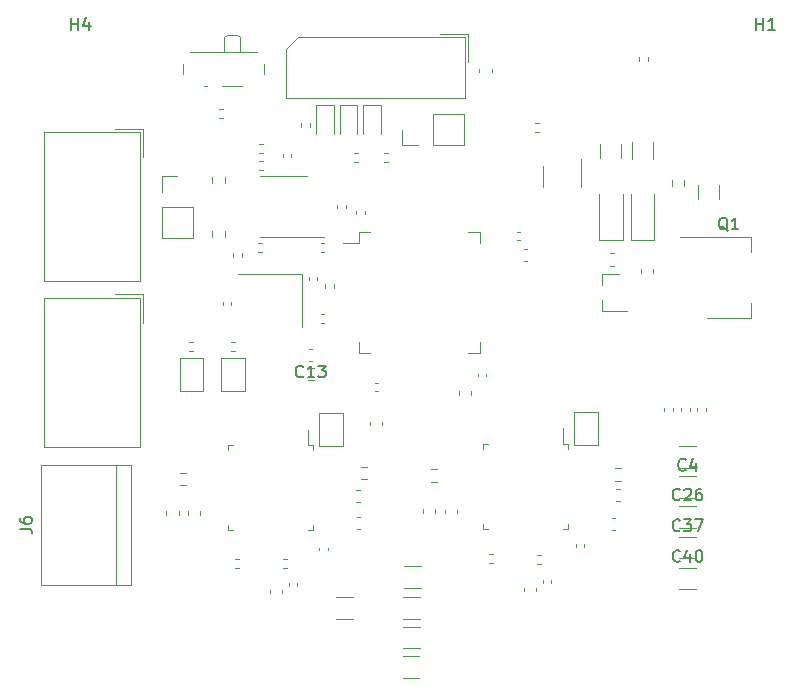
<source format=gbr>
%TF.GenerationSoftware,KiCad,Pcbnew,5.1.8*%
%TF.CreationDate,2021-01-17T13:40:54+01:00*%
%TF.ProjectId,sm4,736d342e-6b69-4636-9164-5f7063625858,rev?*%
%TF.SameCoordinates,Original*%
%TF.FileFunction,Legend,Top*%
%TF.FilePolarity,Positive*%
%FSLAX46Y46*%
G04 Gerber Fmt 4.6, Leading zero omitted, Abs format (unit mm)*
G04 Created by KiCad (PCBNEW 5.1.8) date 2021-01-17 13:40:54*
%MOMM*%
%LPD*%
G01*
G04 APERTURE LIST*
%ADD10C,0.120000*%
%ADD11C,0.150000*%
G04 APERTURE END LIST*
D10*
%TO.C,Q1*%
X100310000Y-74110000D02*
X100310000Y-72850000D01*
X100310000Y-67290000D02*
X100310000Y-68550000D01*
X96550000Y-74110000D02*
X100310000Y-74110000D01*
X94300000Y-67290000D02*
X100310000Y-67290000D01*
%TO.C,C30*%
X82110000Y-96991233D02*
X82110000Y-97283767D01*
X81090000Y-96991233D02*
X81090000Y-97283767D01*
%TO.C,C7*%
X60610000Y-97153733D02*
X60610000Y-97446267D01*
X59590000Y-97153733D02*
X59590000Y-97446267D01*
%TO.C,R26*%
X56565121Y-76980000D02*
X56229879Y-76980000D01*
X56565121Y-76220000D02*
X56229879Y-76220000D01*
%TO.C,R25*%
X52732379Y-76220000D02*
X53067621Y-76220000D01*
X52732379Y-76980000D02*
X53067621Y-76980000D01*
%TO.C,JP4*%
X55400000Y-77575000D02*
X57400000Y-77575000D01*
X55400000Y-80375000D02*
X55400000Y-77575000D01*
X57400000Y-80375000D02*
X55400000Y-80375000D01*
X57400000Y-77575000D02*
X57400000Y-80375000D01*
%TO.C,JP3*%
X51900000Y-77575000D02*
X53900000Y-77575000D01*
X51900000Y-80375000D02*
X51900000Y-77575000D01*
X53900000Y-80375000D02*
X51900000Y-80375000D01*
X53900000Y-77575000D02*
X53900000Y-80375000D01*
%TO.C,C43*%
X70826248Y-100290000D02*
X72248752Y-100290000D01*
X70826248Y-102110000D02*
X72248752Y-102110000D01*
%TO.C,C42*%
X70826248Y-97790000D02*
X72248752Y-97790000D01*
X70826248Y-99610000D02*
X72248752Y-99610000D01*
%TO.C,C41*%
X66548752Y-99610000D02*
X65126248Y-99610000D01*
X66548752Y-97790000D02*
X65126248Y-97790000D01*
%TO.C,C40*%
X94193749Y-95290000D02*
X95616253Y-95290000D01*
X94193749Y-97110000D02*
X95616253Y-97110000D01*
%TO.C,C39*%
X70888748Y-95190000D02*
X72311252Y-95190000D01*
X70888748Y-97010000D02*
X72311252Y-97010000D01*
%TO.C,C38*%
X70788748Y-102790000D02*
X72211252Y-102790000D01*
X70788748Y-104610000D02*
X72211252Y-104610000D01*
%TO.C,C37*%
X94193749Y-92690000D02*
X95616253Y-92690000D01*
X94193749Y-94510000D02*
X95616253Y-94510000D01*
%TO.C,C27*%
X94188748Y-84990000D02*
X95611252Y-84990000D01*
X94188748Y-86810000D02*
X95611252Y-86810000D01*
%TO.C,C26*%
X94193749Y-90090000D02*
X95616253Y-90090000D01*
X94193749Y-91910000D02*
X95616253Y-91910000D01*
%TO.C,C4*%
X94193749Y-87565001D02*
X95616253Y-87565001D01*
X94193749Y-89385001D02*
X95616253Y-89385001D01*
%TO.C,R15*%
X82132379Y-94980000D02*
X82467621Y-94980000D01*
X82132379Y-94220000D02*
X82467621Y-94220000D01*
%TO.C,R14*%
X78470121Y-94120000D02*
X78134879Y-94120000D01*
X78470121Y-94880000D02*
X78134879Y-94880000D01*
%TO.C,C28*%
X72490000Y-90353733D02*
X72490000Y-90646267D01*
X73510000Y-90353733D02*
X73510000Y-90646267D01*
%TO.C,C32*%
X82640000Y-96351665D02*
X82640000Y-96583335D01*
X83360000Y-96351665D02*
X83360000Y-96583335D01*
%TO.C,C31*%
X85440000Y-93284165D02*
X85440000Y-93515835D01*
X86160000Y-93284165D02*
X86160000Y-93515835D01*
%TO.C,C29*%
X74390000Y-90391233D02*
X74390000Y-90683767D01*
X75410000Y-90391233D02*
X75410000Y-90683767D01*
%TO.C,C24*%
X88853733Y-89610000D02*
X89146267Y-89610000D01*
X88853733Y-88590000D02*
X89146267Y-88590000D01*
%TO.C,C23*%
X88783767Y-91090000D02*
X88491233Y-91090000D01*
X88783767Y-92110000D02*
X88491233Y-92110000D01*
%TO.C,C9*%
X63740000Y-93584165D02*
X63740000Y-93815835D01*
X64460000Y-93584165D02*
X64460000Y-93815835D01*
%TO.C,C6*%
X50790000Y-90516233D02*
X50790000Y-90808767D01*
X51810000Y-90516233D02*
X51810000Y-90808767D01*
%TO.C,C5*%
X52590000Y-90516233D02*
X52590000Y-90808767D01*
X53610000Y-90516233D02*
X53610000Y-90808767D01*
%TO.C,C3*%
X66853733Y-89710000D02*
X67146267Y-89710000D01*
X66853733Y-88690000D02*
X67146267Y-88690000D01*
%TO.C,C2*%
X67183767Y-90990000D02*
X66891233Y-90990000D01*
X67183767Y-92010000D02*
X66891233Y-92010000D01*
%TO.C,R2*%
X60632379Y-95280000D02*
X60967621Y-95280000D01*
X60632379Y-94520000D02*
X60967621Y-94520000D01*
%TO.C,C10*%
X61140000Y-96616665D02*
X61140000Y-96848335D01*
X61860000Y-96616665D02*
X61860000Y-96848335D01*
%TO.C,C36*%
X95740000Y-81784165D02*
X95740000Y-82015835D01*
X96460000Y-81784165D02*
X96460000Y-82015835D01*
%TO.C,C16*%
X64115835Y-73840000D02*
X63884165Y-73840000D01*
X64115835Y-74560000D02*
X63884165Y-74560000D01*
%TO.C,R6*%
X64220000Y-71234879D02*
X64220000Y-71570121D01*
X64980000Y-71234879D02*
X64980000Y-71570121D01*
%TO.C,C17*%
X56260000Y-73048335D02*
X56260000Y-72816665D01*
X55540000Y-73048335D02*
X55540000Y-72816665D01*
%TO.C,C15*%
X64115835Y-67840000D02*
X63884165Y-67840000D01*
X64115835Y-68560000D02*
X63884165Y-68560000D01*
%TO.C,C14*%
X62840000Y-70716665D02*
X62840000Y-70948335D01*
X63560000Y-70716665D02*
X63560000Y-70948335D01*
%TO.C,C12*%
X67560000Y-65315835D02*
X67560000Y-65084165D01*
X66840000Y-65315835D02*
X66840000Y-65084165D01*
%TO.C,R11*%
X56420000Y-68632379D02*
X56420000Y-68967621D01*
X57180000Y-68632379D02*
X57180000Y-68967621D01*
%TO.C,R24*%
X69232379Y-60980000D02*
X69567621Y-60980000D01*
X69232379Y-60220000D02*
X69567621Y-60220000D01*
%TO.C,R23*%
X90820000Y-52032379D02*
X90820000Y-52367621D01*
X91580000Y-52032379D02*
X91580000Y-52367621D01*
%TO.C,R22*%
X82032379Y-58380000D02*
X82367621Y-58380000D01*
X82032379Y-57620000D02*
X82367621Y-57620000D01*
%TO.C,R21*%
X66632379Y-60980000D02*
X66967621Y-60980000D01*
X66632379Y-60220000D02*
X66967621Y-60220000D01*
%TO.C,R20*%
X62980000Y-57967621D02*
X62980000Y-57632379D01*
X62220000Y-57967621D02*
X62220000Y-57632379D01*
%TO.C,R19*%
X95080000Y-82067621D02*
X95080000Y-81732379D01*
X94320000Y-82067621D02*
X94320000Y-81732379D01*
%TO.C,R18*%
X92920000Y-81732379D02*
X92920000Y-82067621D01*
X93680000Y-81732379D02*
X93680000Y-82067621D01*
%TO.C,R10*%
X58867621Y-67820000D02*
X58532379Y-67820000D01*
X58867621Y-68580000D02*
X58532379Y-68580000D01*
%TO.C,R8*%
X58632379Y-60180000D02*
X58967621Y-60180000D01*
X58632379Y-59420000D02*
X58967621Y-59420000D01*
%TO.C,R7*%
X58967621Y-60820000D02*
X58632379Y-60820000D01*
X58967621Y-61580000D02*
X58632379Y-61580000D01*
%TO.C,R4*%
X55232379Y-57180000D02*
X55567621Y-57180000D01*
X55232379Y-56420000D02*
X55567621Y-56420000D01*
%TO.C,R1*%
X56967621Y-94520000D02*
X56632379Y-94520000D01*
X56967621Y-95280000D02*
X56632379Y-95280000D01*
%TO.C,C22*%
X65240000Y-64584165D02*
X65240000Y-64815835D01*
X65960000Y-64584165D02*
X65960000Y-64815835D01*
%TO.C,C21*%
X61360000Y-60515835D02*
X61360000Y-60284165D01*
X60640000Y-60515835D02*
X60640000Y-60284165D01*
%TO.C,C20*%
X77140000Y-78851665D02*
X77140000Y-79083335D01*
X77860000Y-78851665D02*
X77860000Y-79083335D01*
%TO.C,C19*%
X80484165Y-67560000D02*
X80715835Y-67560000D01*
X80484165Y-66840000D02*
X80715835Y-66840000D01*
%TO.C,C18*%
X68715835Y-79640000D02*
X68484165Y-79640000D01*
X68715835Y-80360000D02*
X68484165Y-80360000D01*
%TO.C,Y1*%
X62250000Y-70400000D02*
X56850000Y-70400000D01*
X62250000Y-74900000D02*
X62250000Y-70400000D01*
%TO.C,U7*%
X85910000Y-63100000D02*
X85910000Y-60650000D01*
X82690000Y-61300000D02*
X82690000Y-63100000D01*
%TO.C,U6*%
X87640000Y-70420000D02*
X89100000Y-70420000D01*
X87640000Y-73580000D02*
X89800000Y-73580000D01*
X87640000Y-73580000D02*
X87640000Y-72650000D01*
X87640000Y-70420000D02*
X87640000Y-71350000D01*
%TO.C,U4*%
X84360000Y-84790000D02*
X84360000Y-83500000D01*
X84810000Y-84790000D02*
X84360000Y-84790000D01*
X84810000Y-85240000D02*
X84810000Y-84790000D01*
X84810000Y-92010000D02*
X84360000Y-92010000D01*
X84810000Y-91560000D02*
X84810000Y-92010000D01*
X77590000Y-84790000D02*
X78040000Y-84790000D01*
X77590000Y-85240000D02*
X77590000Y-84790000D01*
X77590000Y-92010000D02*
X78040000Y-92010000D01*
X77590000Y-91560000D02*
X77590000Y-92010000D01*
%TO.C,U3*%
X60700000Y-67260000D02*
X64150000Y-67260000D01*
X60700000Y-67260000D02*
X58750000Y-67260000D01*
X60700000Y-62140000D02*
X62650000Y-62140000D01*
X60700000Y-62140000D02*
X58750000Y-62140000D01*
%TO.C,U2*%
X62760000Y-84890000D02*
X62760000Y-83600000D01*
X63210000Y-84890000D02*
X62760000Y-84890000D01*
X63210000Y-85340000D02*
X63210000Y-84890000D01*
X63210000Y-92110000D02*
X62760000Y-92110000D01*
X63210000Y-91660000D02*
X63210000Y-92110000D01*
X55990000Y-84890000D02*
X56440000Y-84890000D01*
X55990000Y-85340000D02*
X55990000Y-84890000D01*
X55990000Y-92110000D02*
X56440000Y-92110000D01*
X55990000Y-91660000D02*
X55990000Y-92110000D01*
%TO.C,U1*%
X67090000Y-67840000D02*
X65750000Y-67840000D01*
X67090000Y-66890000D02*
X67090000Y-67840000D01*
X68040000Y-66890000D02*
X67090000Y-66890000D01*
X77310000Y-66890000D02*
X77310000Y-67840000D01*
X76360000Y-66890000D02*
X77310000Y-66890000D01*
X67090000Y-77110000D02*
X67090000Y-76160000D01*
X68040000Y-77110000D02*
X67090000Y-77110000D01*
X77310000Y-77110000D02*
X77310000Y-76160000D01*
X76360000Y-77110000D02*
X77310000Y-77110000D01*
%TO.C,SW2*%
X52150000Y-52680000D02*
X52150000Y-53470000D01*
X59050000Y-53470000D02*
X59050000Y-52680000D01*
X57200000Y-54520000D02*
X55500000Y-54520000D01*
X58450000Y-51670000D02*
X52750000Y-51670000D01*
X55700000Y-50380000D02*
X55700000Y-51670000D01*
X56800000Y-50170000D02*
X55900000Y-50170000D01*
X57000000Y-51670000D02*
X57000000Y-50380000D01*
X55700000Y-50380000D02*
X55900000Y-50170000D01*
X57000000Y-50380000D02*
X56800000Y-50170000D01*
X54200000Y-54520000D02*
X54000000Y-54520000D01*
%TO.C,SW1*%
X70770000Y-59530000D02*
X70770000Y-58200000D01*
X72100000Y-59530000D02*
X70770000Y-59530000D01*
X73370000Y-59530000D02*
X73370000Y-56870000D01*
X73370000Y-56870000D02*
X75970000Y-56870000D01*
X73370000Y-59530000D02*
X75970000Y-59530000D01*
X75970000Y-59530000D02*
X75970000Y-56870000D01*
%TO.C,R17*%
X89267224Y-86877500D02*
X88757776Y-86877500D01*
X89267224Y-87922500D02*
X88757776Y-87922500D01*
%TO.C,R16*%
X73145276Y-88022500D02*
X73654724Y-88022500D01*
X73145276Y-86977500D02*
X73654724Y-86977500D01*
%TO.C,R13*%
X55722500Y-62754724D02*
X55722500Y-62245276D01*
X54677500Y-62754724D02*
X54677500Y-62245276D01*
%TO.C,R12*%
X54677500Y-66757776D02*
X54677500Y-67267224D01*
X55722500Y-66757776D02*
X55722500Y-67267224D01*
%TO.C,R5*%
X67742224Y-86777500D02*
X67232776Y-86777500D01*
X67742224Y-87822500D02*
X67232776Y-87822500D01*
%TO.C,R3*%
X51945276Y-88322500D02*
X52454724Y-88322500D01*
X51945276Y-87277500D02*
X52454724Y-87277500D01*
%TO.C,JP2*%
X85300000Y-84900000D02*
X85300000Y-82100000D01*
X85300000Y-82100000D02*
X87300000Y-82100000D01*
X87300000Y-82100000D02*
X87300000Y-84900000D01*
X87300000Y-84900000D02*
X85300000Y-84900000D01*
%TO.C,JP1*%
X63700000Y-85000000D02*
X63700000Y-82200000D01*
X63700000Y-82200000D02*
X65700000Y-82200000D01*
X65700000Y-82200000D02*
X65700000Y-85000000D01*
X65700000Y-85000000D02*
X63700000Y-85000000D01*
%TO.C,J8*%
X76360000Y-50090000D02*
X73950000Y-50090000D01*
X76360000Y-52500000D02*
X76360000Y-50090000D01*
X60940000Y-55510000D02*
X76060000Y-55510000D01*
X60940000Y-51390000D02*
X60940000Y-55510000D01*
X61940000Y-50390000D02*
X60940000Y-51390000D01*
X76060000Y-50390000D02*
X61940000Y-50390000D01*
X76060000Y-55510000D02*
X76060000Y-50390000D01*
%TO.C,J6*%
X47810000Y-96740000D02*
X47810000Y-86580000D01*
X40190000Y-96740000D02*
X47810000Y-96740000D01*
X40190000Y-86580000D02*
X40190000Y-96740000D01*
X47810000Y-86580000D02*
X40190000Y-86580000D01*
X46540000Y-86580000D02*
X46540000Y-96740000D01*
%TO.C,J5*%
X48810000Y-72140000D02*
X48810000Y-74550000D01*
X46400000Y-72140000D02*
X48810000Y-72140000D01*
X48510000Y-85060000D02*
X48510000Y-72440000D01*
X40390000Y-85060000D02*
X48510000Y-85060000D01*
X40390000Y-72440000D02*
X40390000Y-85060000D01*
X48510000Y-72440000D02*
X40390000Y-72440000D01*
%TO.C,J3*%
X48810000Y-58140000D02*
X48810000Y-60550000D01*
X46400000Y-58140000D02*
X48810000Y-58140000D01*
X48510000Y-71060000D02*
X48510000Y-58440000D01*
X40390000Y-71060000D02*
X48510000Y-71060000D01*
X40390000Y-58440000D02*
X40390000Y-71060000D01*
X48510000Y-58440000D02*
X40390000Y-58440000D01*
%TO.C,J2*%
X50370000Y-62170000D02*
X51700000Y-62170000D01*
X50370000Y-63500000D02*
X50370000Y-62170000D01*
X50370000Y-64770000D02*
X53030000Y-64770000D01*
X53030000Y-64770000D02*
X53030000Y-67370000D01*
X50370000Y-64770000D02*
X50370000Y-67370000D01*
X50370000Y-67370000D02*
X53030000Y-67370000D01*
%TO.C,FB2*%
X94622500Y-62954724D02*
X94622500Y-62445276D01*
X93577500Y-62954724D02*
X93577500Y-62445276D01*
%TO.C,FB1*%
X63254724Y-78377500D02*
X62745276Y-78377500D01*
X63254724Y-79422500D02*
X62745276Y-79422500D01*
%TO.C,F2*%
X89310000Y-60602064D02*
X89310000Y-59397936D01*
X87490000Y-60602064D02*
X87490000Y-59397936D01*
%TO.C,F1*%
X95790000Y-62897936D02*
X95790000Y-64102064D01*
X97610000Y-62897936D02*
X97610000Y-64102064D01*
%TO.C,D7*%
X67465000Y-56140000D02*
X67465000Y-58600000D01*
X68935000Y-56140000D02*
X67465000Y-56140000D01*
X68935000Y-58600000D02*
X68935000Y-56140000D01*
%TO.C,D6*%
X65465000Y-56140000D02*
X65465000Y-58600000D01*
X66935000Y-56140000D02*
X65465000Y-56140000D01*
X66935000Y-58600000D02*
X66935000Y-56140000D01*
%TO.C,D5*%
X63465000Y-56140000D02*
X63465000Y-58600000D01*
X64935000Y-56140000D02*
X63465000Y-56140000D01*
X64935000Y-58600000D02*
X64935000Y-56140000D01*
%TO.C,D4*%
X87400000Y-67550000D02*
X87400000Y-63650000D01*
X89400000Y-67550000D02*
X89400000Y-63650000D01*
X87400000Y-67550000D02*
X89400000Y-67550000D01*
%TO.C,D3*%
X90100000Y-67550000D02*
X90100000Y-63650000D01*
X92100000Y-67550000D02*
X92100000Y-63650000D01*
X90100000Y-67550000D02*
X92100000Y-67550000D01*
%TO.C,C35*%
X92010000Y-70308767D02*
X92010000Y-70016233D01*
X90990000Y-70308767D02*
X90990000Y-70016233D01*
%TO.C,C34*%
X88353733Y-69710000D02*
X88646267Y-69710000D01*
X88353733Y-68690000D02*
X88646267Y-68690000D01*
%TO.C,C33*%
X81053733Y-69310000D02*
X81346267Y-69310000D01*
X81053733Y-68290000D02*
X81346267Y-68290000D01*
%TO.C,C25*%
X92010000Y-60711252D02*
X92010000Y-59288748D01*
X90190000Y-60711252D02*
X90190000Y-59288748D01*
%TO.C,C13*%
X63146267Y-76790000D02*
X62853733Y-76790000D01*
X63146267Y-77810000D02*
X62853733Y-77810000D01*
%TO.C,C11*%
X77290000Y-53053733D02*
X77290000Y-53346267D01*
X78310000Y-53053733D02*
X78310000Y-53346267D01*
%TO.C,C8*%
X67990000Y-82953733D02*
X67990000Y-83246267D01*
X69010000Y-82953733D02*
X69010000Y-83246267D01*
%TO.C,C1*%
X75590000Y-80353733D02*
X75590000Y-80646267D01*
X76610000Y-80353733D02*
X76610000Y-80646267D01*
%TO.C,Q1*%
D11*
X98304761Y-66747619D02*
X98209523Y-66700000D01*
X98114285Y-66604761D01*
X97971428Y-66461904D01*
X97876190Y-66414285D01*
X97780952Y-66414285D01*
X97828571Y-66652380D02*
X97733333Y-66604761D01*
X97638095Y-66509523D01*
X97590476Y-66319047D01*
X97590476Y-65985714D01*
X97638095Y-65795238D01*
X97733333Y-65700000D01*
X97828571Y-65652380D01*
X98019047Y-65652380D01*
X98114285Y-65700000D01*
X98209523Y-65795238D01*
X98257142Y-65985714D01*
X98257142Y-66319047D01*
X98209523Y-66509523D01*
X98114285Y-66604761D01*
X98019047Y-66652380D01*
X97828571Y-66652380D01*
X99209523Y-66652380D02*
X98638095Y-66652380D01*
X98923809Y-66652380D02*
X98923809Y-65652380D01*
X98828571Y-65795238D01*
X98733333Y-65890476D01*
X98638095Y-65938095D01*
%TO.C,C40*%
X94262143Y-94707142D02*
X94214524Y-94754761D01*
X94071667Y-94802380D01*
X93976429Y-94802380D01*
X93833572Y-94754761D01*
X93738334Y-94659523D01*
X93690715Y-94564285D01*
X93643096Y-94373809D01*
X93643096Y-94230952D01*
X93690715Y-94040476D01*
X93738334Y-93945238D01*
X93833572Y-93850000D01*
X93976429Y-93802380D01*
X94071667Y-93802380D01*
X94214524Y-93850000D01*
X94262143Y-93897619D01*
X95119286Y-94135714D02*
X95119286Y-94802380D01*
X94881191Y-93754761D02*
X94643096Y-94469047D01*
X95262143Y-94469047D01*
X95833572Y-93802380D02*
X95928810Y-93802380D01*
X96024048Y-93850000D01*
X96071667Y-93897619D01*
X96119286Y-93992857D01*
X96166905Y-94183333D01*
X96166905Y-94421428D01*
X96119286Y-94611904D01*
X96071667Y-94707142D01*
X96024048Y-94754761D01*
X95928810Y-94802380D01*
X95833572Y-94802380D01*
X95738334Y-94754761D01*
X95690715Y-94707142D01*
X95643096Y-94611904D01*
X95595477Y-94421428D01*
X95595477Y-94183333D01*
X95643096Y-93992857D01*
X95690715Y-93897619D01*
X95738334Y-93850000D01*
X95833572Y-93802380D01*
%TO.C,C37*%
X94262143Y-92107142D02*
X94214524Y-92154761D01*
X94071667Y-92202380D01*
X93976429Y-92202380D01*
X93833572Y-92154761D01*
X93738334Y-92059523D01*
X93690715Y-91964285D01*
X93643096Y-91773809D01*
X93643096Y-91630952D01*
X93690715Y-91440476D01*
X93738334Y-91345238D01*
X93833572Y-91250000D01*
X93976429Y-91202380D01*
X94071667Y-91202380D01*
X94214524Y-91250000D01*
X94262143Y-91297619D01*
X94595477Y-91202380D02*
X95214524Y-91202380D01*
X94881191Y-91583333D01*
X95024048Y-91583333D01*
X95119286Y-91630952D01*
X95166905Y-91678571D01*
X95214524Y-91773809D01*
X95214524Y-92011904D01*
X95166905Y-92107142D01*
X95119286Y-92154761D01*
X95024048Y-92202380D01*
X94738334Y-92202380D01*
X94643096Y-92154761D01*
X94595477Y-92107142D01*
X95547858Y-91202380D02*
X96214524Y-91202380D01*
X95785953Y-92202380D01*
%TO.C,C26*%
X94262143Y-89507142D02*
X94214524Y-89554761D01*
X94071667Y-89602380D01*
X93976429Y-89602380D01*
X93833572Y-89554761D01*
X93738334Y-89459523D01*
X93690715Y-89364285D01*
X93643096Y-89173809D01*
X93643096Y-89030952D01*
X93690715Y-88840476D01*
X93738334Y-88745238D01*
X93833572Y-88650000D01*
X93976429Y-88602380D01*
X94071667Y-88602380D01*
X94214524Y-88650000D01*
X94262143Y-88697619D01*
X94643096Y-88697619D02*
X94690715Y-88650000D01*
X94785953Y-88602380D01*
X95024048Y-88602380D01*
X95119286Y-88650000D01*
X95166905Y-88697619D01*
X95214524Y-88792857D01*
X95214524Y-88888095D01*
X95166905Y-89030952D01*
X94595477Y-89602380D01*
X95214524Y-89602380D01*
X96071667Y-88602380D02*
X95881191Y-88602380D01*
X95785953Y-88650000D01*
X95738334Y-88697619D01*
X95643096Y-88840476D01*
X95595477Y-89030952D01*
X95595477Y-89411904D01*
X95643096Y-89507142D01*
X95690715Y-89554761D01*
X95785953Y-89602380D01*
X95976429Y-89602380D01*
X96071667Y-89554761D01*
X96119286Y-89507142D01*
X96166905Y-89411904D01*
X96166905Y-89173809D01*
X96119286Y-89078571D01*
X96071667Y-89030952D01*
X95976429Y-88983333D01*
X95785953Y-88983333D01*
X95690715Y-89030952D01*
X95643096Y-89078571D01*
X95595477Y-89173809D01*
%TO.C,C4*%
X94738334Y-86982143D02*
X94690715Y-87029762D01*
X94547858Y-87077381D01*
X94452620Y-87077381D01*
X94309762Y-87029762D01*
X94214524Y-86934524D01*
X94166905Y-86839286D01*
X94119286Y-86648810D01*
X94119286Y-86505953D01*
X94166905Y-86315477D01*
X94214524Y-86220239D01*
X94309762Y-86125001D01*
X94452620Y-86077381D01*
X94547858Y-86077381D01*
X94690715Y-86125001D01*
X94738334Y-86172620D01*
X95595477Y-86410715D02*
X95595477Y-87077381D01*
X95357381Y-86029762D02*
X95119286Y-86744048D01*
X95738334Y-86744048D01*
%TO.C,J6*%
X38372380Y-91993333D02*
X39086666Y-91993333D01*
X39229523Y-92040952D01*
X39324761Y-92136190D01*
X39372380Y-92279047D01*
X39372380Y-92374285D01*
X38372380Y-91088571D02*
X38372380Y-91279047D01*
X38420000Y-91374285D01*
X38467619Y-91421904D01*
X38610476Y-91517142D01*
X38800952Y-91564761D01*
X39181904Y-91564761D01*
X39277142Y-91517142D01*
X39324761Y-91469523D01*
X39372380Y-91374285D01*
X39372380Y-91183809D01*
X39324761Y-91088571D01*
X39277142Y-91040952D01*
X39181904Y-90993333D01*
X38943809Y-90993333D01*
X38848571Y-91040952D01*
X38800952Y-91088571D01*
X38753333Y-91183809D01*
X38753333Y-91374285D01*
X38800952Y-91469523D01*
X38848571Y-91517142D01*
X38943809Y-91564761D01*
%TO.C,H4*%
X42738095Y-49752380D02*
X42738095Y-48752380D01*
X42738095Y-49228571D02*
X43309523Y-49228571D01*
X43309523Y-49752380D02*
X43309523Y-48752380D01*
X44214285Y-49085714D02*
X44214285Y-49752380D01*
X43976190Y-48704761D02*
X43738095Y-49419047D01*
X44357142Y-49419047D01*
%TO.C,H1*%
X100738095Y-49752380D02*
X100738095Y-48752380D01*
X100738095Y-49228571D02*
X101309523Y-49228571D01*
X101309523Y-49752380D02*
X101309523Y-48752380D01*
X102309523Y-49752380D02*
X101738095Y-49752380D01*
X102023809Y-49752380D02*
X102023809Y-48752380D01*
X101928571Y-48895238D01*
X101833333Y-48990476D01*
X101738095Y-49038095D01*
%TO.C,C13*%
X62357142Y-79087142D02*
X62309523Y-79134761D01*
X62166666Y-79182380D01*
X62071428Y-79182380D01*
X61928571Y-79134761D01*
X61833333Y-79039523D01*
X61785714Y-78944285D01*
X61738095Y-78753809D01*
X61738095Y-78610952D01*
X61785714Y-78420476D01*
X61833333Y-78325238D01*
X61928571Y-78230000D01*
X62071428Y-78182380D01*
X62166666Y-78182380D01*
X62309523Y-78230000D01*
X62357142Y-78277619D01*
X63309523Y-79182380D02*
X62738095Y-79182380D01*
X63023809Y-79182380D02*
X63023809Y-78182380D01*
X62928571Y-78325238D01*
X62833333Y-78420476D01*
X62738095Y-78468095D01*
X63642857Y-78182380D02*
X64261904Y-78182380D01*
X63928571Y-78563333D01*
X64071428Y-78563333D01*
X64166666Y-78610952D01*
X64214285Y-78658571D01*
X64261904Y-78753809D01*
X64261904Y-78991904D01*
X64214285Y-79087142D01*
X64166666Y-79134761D01*
X64071428Y-79182380D01*
X63785714Y-79182380D01*
X63690476Y-79134761D01*
X63642857Y-79087142D01*
%TD*%
M02*

</source>
